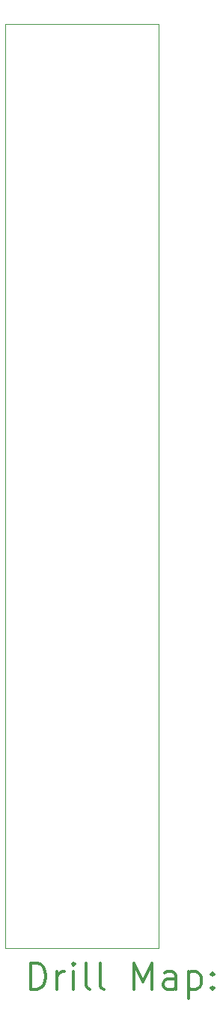
<source format=gbr>
%FSLAX45Y45*%
G04 Gerber Fmt 4.5, Leading zero omitted, Abs format (unit mm)*
G04 Created by KiCad (PCBNEW (5.1.10-1-10_14)) date 2021-08-04 23:39:22*
%MOMM*%
%LPD*%
G01*
G04 APERTURE LIST*
%TA.AperFunction,Profile*%
%ADD10C,0.050000*%
%TD*%
%ADD11C,0.200000*%
%ADD12C,0.300000*%
G04 APERTURE END LIST*
D10*
X10614660Y-14183360D02*
X10614660Y-3774440D01*
X8882380Y-14183360D02*
X10614660Y-14183360D01*
X8882380Y-3774440D02*
X8882380Y-14183360D01*
X10614660Y-3774440D02*
X8882380Y-3774440D01*
D11*
D12*
X9166308Y-14651574D02*
X9166308Y-14351574D01*
X9237737Y-14351574D01*
X9280594Y-14365860D01*
X9309166Y-14394431D01*
X9323451Y-14423003D01*
X9337737Y-14480146D01*
X9337737Y-14523003D01*
X9323451Y-14580146D01*
X9309166Y-14608717D01*
X9280594Y-14637289D01*
X9237737Y-14651574D01*
X9166308Y-14651574D01*
X9466308Y-14651574D02*
X9466308Y-14451574D01*
X9466308Y-14508717D02*
X9480594Y-14480146D01*
X9494880Y-14465860D01*
X9523451Y-14451574D01*
X9552023Y-14451574D01*
X9652023Y-14651574D02*
X9652023Y-14451574D01*
X9652023Y-14351574D02*
X9637737Y-14365860D01*
X9652023Y-14380146D01*
X9666308Y-14365860D01*
X9652023Y-14351574D01*
X9652023Y-14380146D01*
X9837737Y-14651574D02*
X9809166Y-14637289D01*
X9794880Y-14608717D01*
X9794880Y-14351574D01*
X9994880Y-14651574D02*
X9966308Y-14637289D01*
X9952023Y-14608717D01*
X9952023Y-14351574D01*
X10337737Y-14651574D02*
X10337737Y-14351574D01*
X10437737Y-14565860D01*
X10537737Y-14351574D01*
X10537737Y-14651574D01*
X10809166Y-14651574D02*
X10809166Y-14494431D01*
X10794880Y-14465860D01*
X10766308Y-14451574D01*
X10709166Y-14451574D01*
X10680594Y-14465860D01*
X10809166Y-14637289D02*
X10780594Y-14651574D01*
X10709166Y-14651574D01*
X10680594Y-14637289D01*
X10666308Y-14608717D01*
X10666308Y-14580146D01*
X10680594Y-14551574D01*
X10709166Y-14537289D01*
X10780594Y-14537289D01*
X10809166Y-14523003D01*
X10952023Y-14451574D02*
X10952023Y-14751574D01*
X10952023Y-14465860D02*
X10980594Y-14451574D01*
X11037737Y-14451574D01*
X11066308Y-14465860D01*
X11080594Y-14480146D01*
X11094880Y-14508717D01*
X11094880Y-14594431D01*
X11080594Y-14623003D01*
X11066308Y-14637289D01*
X11037737Y-14651574D01*
X10980594Y-14651574D01*
X10952023Y-14637289D01*
X11223451Y-14623003D02*
X11237737Y-14637289D01*
X11223451Y-14651574D01*
X11209166Y-14637289D01*
X11223451Y-14623003D01*
X11223451Y-14651574D01*
X11223451Y-14465860D02*
X11237737Y-14480146D01*
X11223451Y-14494431D01*
X11209166Y-14480146D01*
X11223451Y-14465860D01*
X11223451Y-14494431D01*
M02*

</source>
